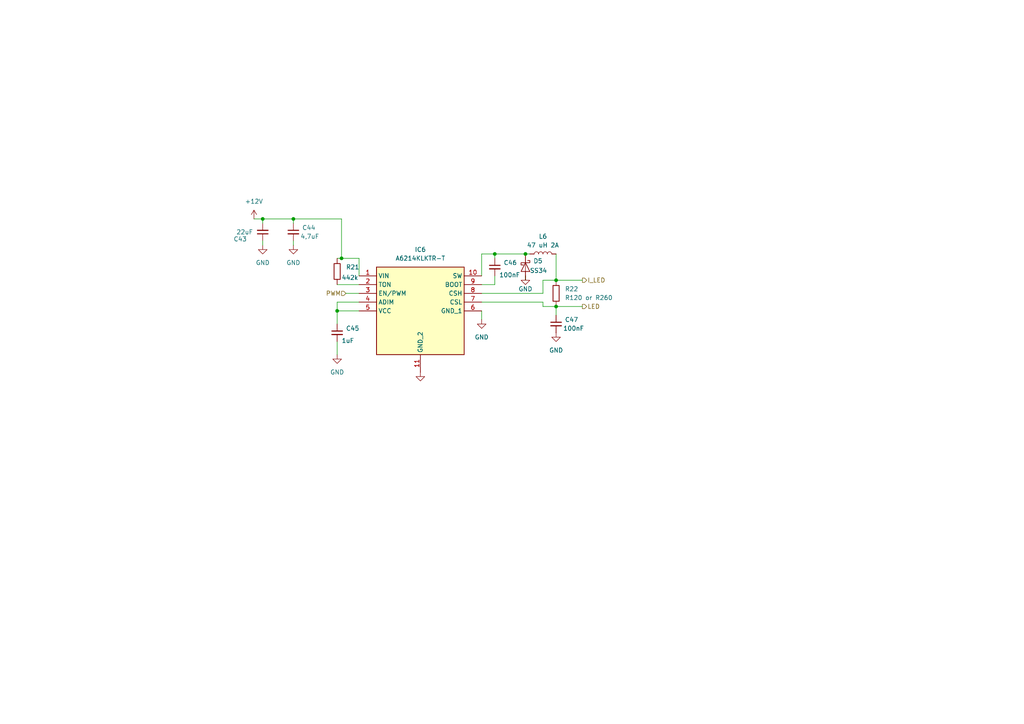
<source format=kicad_sch>
(kicad_sch (version 20250114) (generator "eeschema") (generator_version "9.0")
  (paper "A4")
  (lib_symbols
    (symbol "A6214KLKTR-T:A6214KLKTR-T"
      (property "Reference" "IC" (at 31.75 7.62 0))
      (property "Value" "A6214KLKTR-T" (at 31.75 5.08 0))
      (symbol "A6214KLKTR-T_1_1"
        (rectangle (start 5.08 2.54) (end 30.48 -22.86) (stroke (width 0.254)) (fill (type background)))
        (pin passive line (at 0 0 0) (length 5.08) (name "VIN") (number "1"))
        (pin passive line (at 0 -2.54 0) (length 5.08) (name "TON") (number "2"))
        (pin passive line (at 0 -5.08 0) (length 5.08) (name "EN/PWM") (number "3"))
        (pin passive line (at 0 -7.62 0) (length 5.08) (name "ADIM") (number "4"))
        (pin passive line (at 0 -10.16 0) (length 5.08) (name "VCC") (number "5"))
        (pin passive line (at 17.78 -27.94 90) (length 5.08) (name "GND_2") (number "11"))
        (pin passive line (at 35.56 0 180) (length 5.08) (name "SW") (number "10"))
        (pin passive line (at 35.56 -2.54 180) (length 5.08) (name "BOOT") (number "9"))
        (pin passive line (at 35.56 -5.08 180) (length 5.08) (name "CSH") (number "8"))
        (pin passive line (at 35.56 -7.62 180) (length 5.08) (name "CSL") (number "7"))
        (pin passive line (at 35.56 -10.16 180) (length 5.08) (name "GND_1") (number "6"))
      )
    )
    (symbol "Device:C_Small" (pin_numbers (hide yes)) (pin_names (offset 0.254) (hide yes))
      (property "Reference" "C" (at 0.254 1.778 0))
      (property "Value" "C_Small" (at 0.254 -2.032 0))
      (symbol "C_Small_0_1"
        (polyline (pts (xy -1.524 0.508) (xy 1.524 0.508)) (stroke (width 0.3048)))
        (polyline (pts (xy -1.524 -0.508) (xy 1.524 -0.508)) (stroke (width 0.3302)))
      )
      (symbol "C_Small_1_1"
        (pin passive line (at 0 2.54 270) (length 2.032) (name "~") (number "1"))
        (pin passive line (at 0 -2.54 90) (length 2.032) (name "~") (number "2"))
      )
    )
    (symbol "Device:L" (pin_numbers (hide yes)) (pin_names (offset 1.016) (hide yes))
      (property "Reference" "L" (at -1.27 0 90))
      (property "Value" "L" (at 1.905 0 90))
      (symbol "L_0_1"
        (arc (start 0 2.54) (mid 0.6323 1.905) (end 0 1.27))
        (arc (start 0 1.27) (mid 0.6323 0.635) (end 0 0))
        (arc (start 0 0) (mid 0.6323 -0.635) (end 0 -1.27))
        (arc (start 0 -1.27) (mid 0.6323 -1.905) (end 0 -2.54))
      )
      (symbol "L_1_1"
        (pin passive line (at 0 3.81 270) (length 1.27) (name "1") (number "1"))
        (pin passive line (at 0 -3.81 90) (length 1.27) (name "2") (number "2"))
      )
    )
    (symbol "PCM_4ms_Diode:B140-E3" (pin_numbers (hide yes)) (pin_names (offset 1.016) (hide yes))
      (property "Reference" "D" (at 0 2.54 0))
      (property "Value" "B140-E3" (at 0 -2.54 0))
      (symbol "B140-E3_1_1"
        (polyline (pts (xy -1.905 0.635) (xy -1.905 1.27) (xy -1.27 1.27) (xy -1.27 -1.27) (xy -0.635 -1.27) (xy -0.635 -0.635)) (stroke (width 0.2032)))
        (polyline (pts (xy 1.27 1.27) (xy 1.27 -1.27) (xy -1.27 0) (xy 1.27 1.27)) (stroke (width 0.2032)))
        (polyline (pts (xy 1.27 0) (xy -1.27 0)))
        (pin passive line (at -3.81 0 0) (length 2.54) (name "K") (number "1"))
        (pin passive line (at 3.81 0 180) (length 2.54) (name "A") (number "2"))
      )
    )
    (symbol "PCM_4ms_Power-symbol:+12V" (power) (pin_names (offset 0))
      (property "Value" "+12V" (at 0 3.556 0))
      (symbol "+12V_0_1"
        (polyline (pts (xy -0.762 1.27) (xy 0 2.54)))
        (polyline (pts (xy 0 2.54) (xy 0.762 1.27)))
        (polyline (pts (xy 0 0) (xy 0 2.54)))
      )
      (symbol "+12V_1_1"
        (pin power_in line (at 0 0 90) (length 0) (hide yes) (name "+12V") (number "1"))
      )
    )
    (symbol "PCM_SL_Resistors:Resistor"
      (property "Reference" "R" (at 0 5.08 0))
      (property "Value" "Resistor" (at 0 2.54 0))
      (symbol "Resistor_0_1"
        (rectangle (start -2.286 0.889) (end 2.286 -0.889) (stroke (width 0.24)))
      )
      (symbol "Resistor_1_1"
        (pin passive line (at -3.81 0 0) (length 1.5) (name "") (number "1"))
        (pin passive line (at 3.81 0 180) (length 1.5) (name "~") (number "2"))
      )
    )
    (symbol "power:GND" (power) (pin_numbers (hide yes)) (pin_names (offset 0) (hide yes))
      (property "Value" "GND" (at 0 -3.81 0))
      (symbol "GND_0_1"
        (polyline (pts (xy 0 0) (xy 0 -1.27) (xy 1.27 -1.27) (xy 0 -2.54) (xy -1.27 -1.27) (xy 0 -1.27)))
      )
      (symbol "GND_1_1"
        (pin power_in line (at 0 0 270) (length 0) (name "~") (number "1"))
      )
    )
  )
  (junction (at 161.29 81.28))
  (junction (at 143.51 73.66))
  (junction (at 99.06 74.93))
  (junction (at 152.4 73.66))
  (junction (at 161.29 88.9))
  (junction (at 97.79 90.17))
  (junction (at 85.09 63.5))
  (junction (at 76.2 63.5))
  (wire (pts (xy 143.51 80.01) (xy 143.51 82.55)))
  (wire (pts (xy 76.2 69.85) (xy 76.2 71.12)))
  (wire (pts (xy 97.79 93.98) (xy 97.79 90.17)))
  (wire (pts (xy 152.4 80.01) (xy 152.4 81.28)))
  (wire (pts (xy 76.2 64.77) (xy 76.2 63.5)))
  (wire (pts (xy 143.51 82.55) (xy 139.7 82.55)))
  (wire (pts (xy 157.48 81.28) (xy 161.29 81.28)))
  (wire (pts (xy 99.06 63.5) (xy 99.06 74.93)))
  (wire (pts (xy 104.14 74.93) (xy 104.14 80.01)))
  (wire (pts (xy 85.09 71.12) (xy 85.09 69.85)))
  (wire (pts (xy 97.79 74.93) (xy 99.06 74.93)))
  (wire (pts (xy 97.79 90.17) (xy 104.14 90.17)))
  (wire (pts (xy 152.4 73.66) (xy 153.67 73.66)))
  (wire (pts (xy 76.2 63.5) (xy 85.09 63.5)))
  (wire (pts (xy 143.51 74.93) (xy 143.51 73.66)))
  (wire (pts (xy 97.79 99.06) (xy 97.79 102.87)))
  (wire (pts (xy 85.09 64.77) (xy 85.09 63.5)))
  (wire (pts (xy 143.51 73.66) (xy 152.4 73.66)))
  (wire (pts (xy 104.14 87.63) (xy 97.79 87.63)))
  (wire (pts (xy 157.48 88.9) (xy 161.29 88.9)))
  (wire (pts (xy 139.7 73.66) (xy 139.7 80.01)))
  (wire (pts (xy 157.48 87.63) (xy 157.48 88.9)))
  (wire (pts (xy 73.66 63.5) (xy 76.2 63.5)))
  (wire (pts (xy 157.48 85.09) (xy 157.48 81.28)))
  (wire (pts (xy 139.7 85.09) (xy 157.48 85.09)))
  (wire (pts (xy 139.7 73.66) (xy 143.51 73.66)))
  (wire (pts (xy 161.29 91.44) (xy 161.29 88.9)))
  (wire (pts (xy 168.91 81.28) (xy 161.29 81.28)))
  (wire (pts (xy 161.29 73.66) (xy 161.29 81.28)))
  (wire (pts (xy 139.7 87.63) (xy 157.48 87.63)))
  (wire (pts (xy 100.33 85.09) (xy 104.14 85.09)))
  (wire (pts (xy 139.7 92.71) (xy 139.7 90.17)))
  (wire (pts (xy 97.79 82.55) (xy 104.14 82.55)))
  (wire (pts (xy 97.79 87.63) (xy 97.79 90.17)))
  (wire (pts (xy 161.29 88.9) (xy 168.91 88.9)))
  (wire (pts (xy 99.06 74.93) (xy 104.14 74.93)))
  (wire (pts (xy 85.09 63.5) (xy 99.06 63.5)))
  (hierarchical_label "I_LED" (shape output) (at 168.91 81.28 0))
  (hierarchical_label "LED" (shape output) (at 168.91 88.9 0))
  (hierarchical_label "PWM" (shape input) (at 100.33 85.09 180))
  (symbol (lib_id "Device:C_Small") (at 97.79 96.52 0) (unit 1)
    (property "Reference" "C25" (at 100.33 95.2562 0) (effects (justify left)))
    (property "Value" "1uF" (at 99.06 98.806 0) (effects (justify left)))
    (property "Footprint" "Capacitor_SMD:C_0603_1608Metric_Pad1.08x0.95mm_HandSolder" (effects (hide yes)))
    (property "Description" "Unpolarized capacitor, small symbol" (effects (hide yes)))
    (property "LCSC" "C15849" (effects (hide yes)))
    (instances (project "mgr_board" (path "" (reference "C45") (unit 1)) (path "" (reference "C35") (unit 1)) (path "" (reference "C30") (unit 1)) (path "" (reference "C40") (unit 1)) (path "" (reference "C50") (unit 1)) (path "" (reference "C25") (unit 1))))
  )
  (symbol (lib_id "power:GND") (at 152.4 80.01 0) (unit 1)
    (property "Reference" "#PWR095" (effects (hide yes)))
    (property "Value" "GND" (at 152.4 83.82 0))
    (property "Description" "Power symbol creates a global label with name \"GND\" , ground" (effects (hide yes)))
    (instances (project "mgr_board" (path "" (reference "#PWR0127") (unit 1)) (path "" (reference "#PWR0111") (unit 1)) (path "" (reference "#PWR0103") (unit 1)) (path "" (reference "#PWR0119") (unit 1)) (path "" (reference "#PWR0135") (unit 1)) (path "" (reference "#PWR095") (unit 1))))
  )
  (symbol (lib_id "Device:C_Small") (at 161.29 93.98 0) (unit 1)
    (property "Reference" "C27" (at 163.83 92.7162 0) (effects (justify left)))
    (property "Value" "100nF" (at 163.322 95.25 0) (effects (justify left)))
    (property "Footprint" "Capacitor_SMD:C_0603_1608Metric_Pad1.08x0.95mm_HandSolder" (effects (hide yes)))
    (property "Description" "Unpolarized capacitor, small symbol" (effects (hide yes)))
    (property "LCSC" "C14663" (effects (hide yes)))
    (instances (project "mgr_board" (path "" (reference "C47") (unit 1)) (path "" (reference "C37") (unit 1)) (path "" (reference "C32") (unit 1)) (path "" (reference "C42") (unit 1)) (path "" (reference "C52") (unit 1)) (path "" (reference "C27") (unit 1))))
  )
  (symbol (lib_id "power:GND") (at 97.79 102.87 0) (unit 1)
    (property "Reference" "#PWR092" (effects (hide yes)))
    (property "Value" "GND" (at 97.79 107.95 0))
    (property "Description" "Power symbol creates a global label with name \"GND\" , ground" (effects (hide yes)))
    (instances (project "mgr_board" (path "" (reference "#PWR0124") (unit 1)) (path "" (reference "#PWR0108") (unit 1)) (path "" (reference "#PWR0100") (unit 1)) (path "" (reference "#PWR0116") (unit 1)) (path "" (reference "#PWR0132") (unit 1)) (path "" (reference "#PWR092") (unit 1))))
  )
  (symbol (lib_id "power:GND") (at 161.29 96.52 0) (unit 1)
    (property "Reference" "#PWR096" (effects (hide yes)))
    (property "Value" "GND" (at 161.29 101.6 0))
    (property "Description" "Power symbol creates a global label with name \"GND\" , ground" (effects (hide yes)))
    (instances (project "mgr_board" (path "" (reference "#PWR0128") (unit 1)) (path "" (reference "#PWR0112") (unit 1)) (path "" (reference "#PWR0104") (unit 1)) (path "" (reference "#PWR0120") (unit 1)) (path "" (reference "#PWR0136") (unit 1)) (path "" (reference "#PWR096") (unit 1))))
  )
  (symbol (lib_id "power:GND") (at 76.2 71.12 0) (unit 1)
    (property "Reference" "#PWR090" (effects (hide yes)))
    (property "Value" "GND" (at 76.2 76.2 0))
    (property "Description" "Power symbol creates a global label with name \"GND\" , ground" (effects (hide yes)))
    (instances (project "mgr_board" (path "" (reference "#PWR0122") (unit 1)) (path "" (reference "#PWR0106") (unit 1)) (path "" (reference "#PWR098") (unit 1)) (path "" (reference "#PWR0114") (unit 1)) (path "" (reference "#PWR0130") (unit 1)) (path "" (reference "#PWR090") (unit 1))))
  )
  (symbol (lib_id "power:GND") (at 121.92 107.95 0) (unit 1)
    (property "Reference" "#PWR093" (effects (hide yes)))
    (property "Value" "GND" (effects (hide yes)))
    (property "Description" "Power symbol creates a global label with name \"GND\" , ground" (effects (hide yes)))
    (instances (project "mgr_board" (path "" (reference "#PWR0125") (unit 1)) (path "" (reference "#PWR0109") (unit 1)) (path "" (reference "#PWR0101") (unit 1)) (path "" (reference "#PWR0117") (unit 1)) (path "" (reference "#PWR0133") (unit 1)) (path "" (reference "#PWR093") (unit 1))))
  )
  (symbol (lib_id "PCM_SL_Resistors:Resistor") (at 97.79 78.74 90) (unit 1)
    (property "Reference" "R13" (at 100.33 77.4699 90) (effects (justify right)))
    (property "Value" "442k" (at 99.06 80.518 90) (effects (justify right)))
    (property "Footprint" "Resistor_SMD:R_0603_1608Metric_Pad0.98x0.95mm_HandSolder" (effects (hide yes)))
    (property "Description" "1/4W Resistor" (effects (hide yes)))
    (property "LCSC" "C23175" (effects (hide yes)))
    (instances (project "mgr_board" (path "" (reference "R21") (unit 1)) (path "" (reference "R17") (unit 1)) (path "" (reference "R15") (unit 1)) (path "" (reference "R19") (unit 1)) (path "" (reference "R23") (unit 1)) (path "" (reference "R13") (unit 1))))
  )
  (symbol (lib_id "Device:C_Small") (at 76.2 67.31 180) (unit 1)
    (property "Reference" "C23" (at 71.628 69.342 0) (effects (justify left)))
    (property "Value" "22uF" (at 73.406 67.31 0) (effects (justify left)))
    (property "Footprint" "Capacitor_SMD:C_0805_2012Metric_Pad1.18x1.45mm_HandSolder" (effects (hide yes)))
    (property "Description" "Unpolarized capacitor, small symbol" (effects (hide yes)))
    (property "LCSC" "C96446" (effects (hide yes)))
    (instances (project "mgr_board" (path "" (reference "C43") (unit 1)) (path "" (reference "C33") (unit 1)) (path "" (reference "C28") (unit 1)) (path "" (reference "C38") (unit 1)) (path "" (reference "C48") (unit 1)) (path "" (reference "C23") (unit 1))))
  )
  (symbol (lib_id "PCM_SL_Resistors:Resistor") (at 161.29 85.09 90) (unit 1)
    (property "Reference" "R14" (at 163.83 83.8199 90) (effects (justify right)))
    (property "Value" "R120 or R260" (at 163.83 86.3599 90) (effects (justify right)))
    (property "Footprint" "Resistor_SMD:R_2512_6332Metric_Pad1.40x3.35mm_HandSolder" (effects (hide yes)))
    (property "Description" "1/4W Resistor" (effects (hide yes)))
    (instances (project "mgr_board" (path "" (reference "R22") (unit 1)) (path "" (reference "R18") (unit 1)) (path "" (reference "R16") (unit 1)) (path "" (reference "R20") (unit 1)) (path "" (reference "R24") (unit 1)) (path "" (reference "R14") (unit 1))))
  )
  (symbol (lib_id "A6214KLKTR-T:A6214KLKTR-T") (at 104.14 80.01 0) (unit 1)
    (property "Reference" "IC2" (at 121.92 72.39 0))
    (property "Value" "A6214KLKTR-T" (at 121.92 74.93 0))
    (property "Footprint" "footprint_lib:SOP100P600X165-11N" (effects (hide yes)))
    (property "Datasheet" "http://www.allegromicro.com/~/media/Files/Datasheets/A6214-A6216-Datasheet.ashx" (effects (hide yes)))
    (property "Description" "Automotive 2A Buck Led Driver" (effects (hide yes)))
    (property "Height" "1.65" (effects (hide yes)))
    (property "Manufacturer_Name" "Allegro Microsystems" (effects (hide yes)))
    (property "Manufacturer_Part_Number" "A6214KLKTR-T" (effects (hide yes)))
    (property "LCSC" "C146400" (effects (hide yes)))
    (instances (project "mgr_board" (path "" (reference "IC6") (unit 1)) (path "" (reference "IC4") (unit 1)) (path "" (reference "IC3") (unit 1)) (path "" (reference "IC5") (unit 1)) (path "" (reference "IC7") (unit 1)) (path "" (reference "IC2") (unit 1))))
  )
  (symbol (lib_id "Device:C_Small") (at 143.51 77.47 0) (unit 1)
    (property "Reference" "C26" (at 146.05 76.2062 0) (effects (justify left)))
    (property "Value" "100nF" (at 144.78 79.756 0) (effects (justify left)))
    (property "Footprint" "Capacitor_SMD:C_0603_1608Metric_Pad1.08x0.95mm_HandSolder" (effects (hide yes)))
    (property "Description" "Unpolarized capacitor, small symbol" (effects (hide yes)))
    (property "LCSC" "C14663" (effects (hide yes)))
    (instances (project "mgr_board" (path "" (reference "C46") (unit 1)) (path "" (reference "C36") (unit 1)) (path "" (reference "C31") (unit 1)) (path "" (reference "C41") (unit 1)) (path "" (reference "C51") (unit 1)) (path "" (reference "C26") (unit 1))))
  )
  (symbol (lib_id "power:GND") (at 85.09 71.12 0) (unit 1)
    (property "Reference" "#PWR091" (effects (hide yes)))
    (property "Value" "GND" (at 85.09 76.2 0))
    (property "Description" "Power symbol creates a global label with name \"GND\" , ground" (effects (hide yes)))
    (instances (project "mgr_board" (path "" (reference "#PWR0123") (unit 1)) (path "" (reference "#PWR0107") (unit 1)) (path "" (reference "#PWR099") (unit 1)) (path "" (reference "#PWR0115") (unit 1)) (path "" (reference "#PWR0131") (unit 1)) (path "" (reference "#PWR091") (unit 1))))
  )
  (symbol (lib_id "PCM_4ms_Diode:B140-E3") (at 152.4 77.47 270) (unit 1)
    (property "Reference" "D1" (at 154.686 75.692 90) (effects (justify left)))
    (property "Value" "SS34" (at 153.67 78.486 90) (effects (justify left)))
    (property "Footprint" "Diode_SMD:D_SMA" (effects (hide yes)))
    (property "Datasheet" "https://www.tme.eu/pl/details/sba230al-r1/diody-schottky-smd/panjit-semiconductor/sba230al-r1-00001/" (effects (hide yes)))
    (property "Description" "JLC - SS34 / TME SK24ATR-SMC" (effects (hide yes)))
    (property "Specifications" "40V, 2A" (effects (hide yes)))
    (property "Manufacturer" "Diodes Incorporated" (effects (hide yes)))
    (property "Part Number" "B140-E3/5AT" (effects (hide yes)))
    (property "Manufacturer 2" "Diodes Incorporated" (effects (hide yes)))
    (property "Part Number 2" "B140-E3/61T" (effects (hide yes)))
    (property "JLCPCB ID" "C15759" (effects (hide yes)))
    (property "LCSC" "C8678" (effects (hide yes)))
    (instances (project "mgr_board" (path "" (reference "D5") (unit 1)) (path "" (reference "D3") (unit 1)) (path "" (reference "D2") (unit 1)) (path "" (reference "D4") (unit 1)) (path "" (reference "D6") (unit 1)) (path "" (reference "D1") (unit 1))))
  )
  (symbol (lib_id "PCM_4ms_Power-symbol:+12V") (at 73.66 63.5 0) (unit 1)
    (property "Reference" "#PWR089" (effects (hide yes)))
    (property "Value" "+12V" (at 73.66 58.42 0))
    (instances (project "mgr_board" (path "" (reference "#PWR0121") (unit 1)) (path "" (reference "#PWR0105") (unit 1)) (path "" (reference "#PWR097") (unit 1)) (path "" (reference "#PWR0113") (unit 1)) (path "" (reference "#PWR0129") (unit 1)) (path "" (reference "#PWR089") (unit 1))))
  )
  (symbol (lib_id "Device:L") (at 157.48 73.66 90) (unit 1)
    (property "Reference" "L2" (at 157.48 68.58 90))
    (property "Value" "47 uH 2A" (at 157.48 71.12 90))
    (property "Footprint" "footprint_lib:DR125-470-R" (effects (hide yes)))
    (property "Description" "Inductor" (effects (hide yes)))
    (property "LCSC" "C5127262" (effects (hide yes)))
    (instances (project "mgr_board" (path "" (reference "L6") (unit 1)) (path "" (reference "L4") (unit 1)) (path "" (reference "L3") (unit 1)) (path "" (reference "L5") (unit 1)) (path "" (reference "L7") (unit 1)) (path "" (reference "L2") (unit 1))))
  )
  (symbol (lib_id "Device:C_Small") (at 85.09 67.31 0) (unit 1)
    (property "Reference" "C24" (at 87.63 66.0462 0) (effects (justify left)))
    (property "Value" "4,7uF" (at 87.122 68.58 0) (effects (justify left)))
    (property "Footprint" "Capacitor_SMD:C_0603_1608Metric_Pad1.08x0.95mm_HandSolder" (effects (hide yes)))
    (property "Description" "Unpolarized capacitor, small symbol" (effects (hide yes)))
    (property "LCSC" "C19666" (effects (hide yes)))
    (instances (project "mgr_board" (path "" (reference "C44") (unit 1)) (path "" (reference "C34") (unit 1)) (path "" (reference "C29") (unit 1)) (path "" (reference "C39") (unit 1)) (path "" (reference "C49") (unit 1)) (path "" (reference "C24") (unit 1))))
  )
  (symbol (lib_id "power:GND") (at 139.7 92.71 0) (unit 1)
    (property "Reference" "#PWR094" (effects (hide yes)))
    (property "Value" "GND" (at 139.7 97.79 0))
    (property "Description" "Power symbol creates a global label with name \"GND\" , ground" (effects (hide yes)))
    (instances (project "mgr_board" (path "" (reference "#PWR0126") (unit 1)) (path "" (reference "#PWR0110") (unit 1)) (path "" (reference "#PWR0102") (unit 1)) (path "" (reference "#PWR0118") (unit 1)) (path "" (reference "#PWR0134") (unit 1)) (path "" (reference "#PWR094") (unit 1))))
  )
)
</source>
